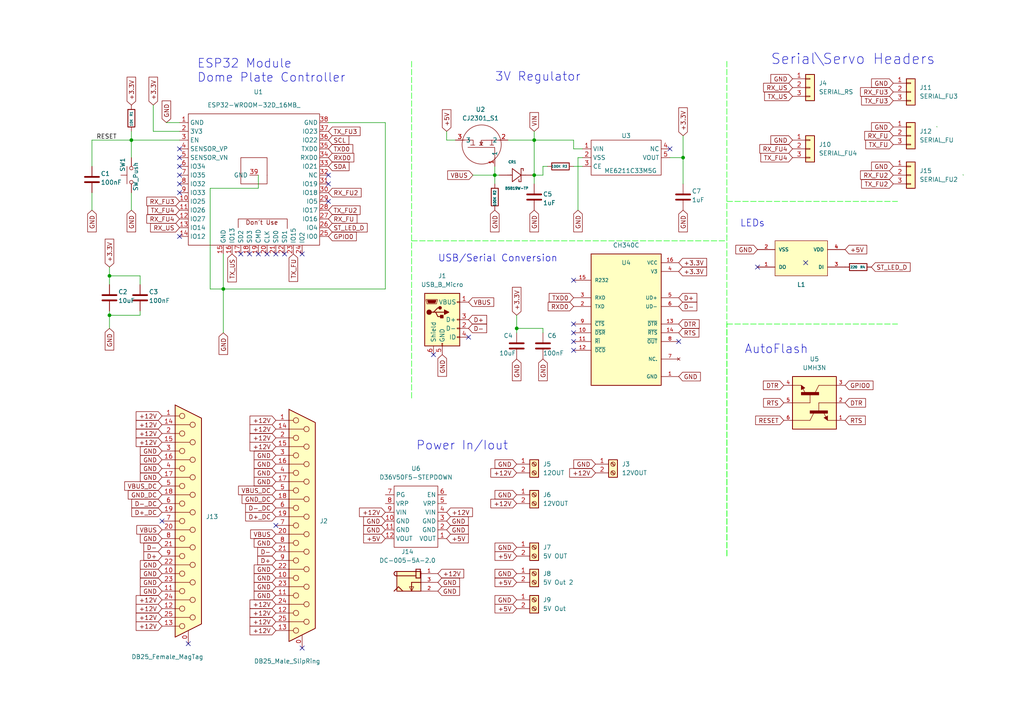
<source format=kicad_sch>
(kicad_sch (version 20211123) (generator eeschema)
  (paper "A4")
  (title_block (title "Dome Plate Controller") (date "2022-11-16") (rev "2.0") (company "Created by: Greg Hulette") (comment 3 "- Controls Serial Comms to other devices") (comment 4 "- Accepts ESP-NOW messages"))
  (lib_symbols
    (symbol "B5819W-TP_1" (pin_numbers hide) (pin_names hide)
      (property "Reference" "CR" (at 5.08 4.445 0))
      (property "Value" "B5819W-TP_1" (at 5.08 -7.62 0))
      (symbol "B5819W-TP_1_1_1"
        (pin unspecified line (at 0 0 0) (length 2.54) (name "A") (number "A"))
        (pin unspecified line (at 10.16 0 180) (length 2.54) (name "C") (number "C"))
      )
    )
    (symbol "Connector:DB25_Female_MountingHoles" (pin_names (offset 1.016) hide)
      (property "Reference" "J" (at 0 36.83 0))
      (property "Value" "DB25_Female_MountingHoles" (at 0 34.925 0))
      (symbol "DB25_Female_MountingHoles_1_1"
        (pin passive line (at 0 -35.56 90) (length 3.81) (name "PAD") (number "0"))
        (pin passive line (at -7.62 30.48 0) (length 3.81) (name "1") (number "1"))
        (pin passive line (at -7.62 -15.24 0) (length 3.81) (name "10") (number "10"))
        (pin passive line (at -7.62 -20.32 0) (length 3.81) (name "11") (number "11"))
        (pin passive line (at -7.62 -25.4 0) (length 3.81) (name "12") (number "12"))
        (pin passive line (at -7.62 -30.48 0) (length 3.81) (name "13") (number "13"))
        (pin passive line (at -7.62 27.94 0) (length 3.81) (name "P14") (number "14"))
        (pin passive line (at -7.62 22.86 0) (length 3.81) (name "P15") (number "15"))
        (pin passive line (at -7.62 17.78 0) (length 3.81) (name "P16") (number "16"))
        (pin passive line (at -7.62 12.7 0) (length 3.81) (name "P17") (number "17"))
        (pin passive line (at -7.62 7.62 0) (length 3.81) (name "P18") (number "18"))
        (pin passive line (at -7.62 2.54 0) (length 3.81) (name "P19") (number "19"))
        (pin passive line (at -7.62 25.4 0) (length 3.81) (name "2") (number "2"))
        (pin passive line (at -7.62 -2.54 0) (length 3.81) (name "P20") (number "20"))
        (pin passive line (at -7.62 -7.62 0) (length 3.81) (name "P21") (number "21"))
        (pin passive line (at -7.62 -12.7 0) (length 3.81) (name "P22") (number "22"))
        (pin passive line (at -7.62 -17.78 0) (length 3.81) (name "P23") (number "23"))
        (pin passive line (at -7.62 -22.86 0) (length 3.81) (name "P24") (number "24"))
        (pin passive line (at -7.62 -27.94 0) (length 3.81) (name "P25") (number "25"))
        (pin passive line (at -7.62 20.32 0) (length 3.81) (name "3") (number "3"))
        (pin passive line (at -7.62 15.24 0) (length 3.81) (name "4") (number "4"))
        (pin passive line (at -7.62 10.16 0) (length 3.81) (name "5") (number "5"))
        (pin passive line (at -7.62 5.08 0) (length 3.81) (name "6") (number "6"))
        (pin passive line (at -7.62 0 0) (length 3.81) (name "7") (number "7"))
        (pin passive line (at -7.62 -5.08 0) (length 3.81) (name "8") (number "8"))
        (pin passive line (at -7.62 -10.16 0) (length 3.81) (name "9") (number "9"))
      )
    )
    (symbol "Connector:Screw_Terminal_01x02" (pin_names (offset 1.016) hide)
      (property "Reference" "J" (at 0 2.54 0))
      (property "Value" "Screw_Terminal_01x02" (at 0 -5.08 0))
      (symbol "Screw_Terminal_01x02_1_1"
        (pin passive line (at -5.08 0 0) (length 3.81) (name "Pin_1") (number "1"))
        (pin passive line (at -5.08 -2.54 0) (length 3.81) (name "Pin_2") (number "2"))
      )
    )
    (symbol "Connector:USB_B_Micro" (pin_names (offset 1.016))
      (property "Reference" "J" (at -5.08 11.43 0))
      (property "Value" "USB_B_Micro" (at -5.08 8.89 0))
      (symbol "USB_B_Micro_1_1"
        (pin power_out line (at 7.62 5.08 180) (length 2.54) (name "VBUS") (number "1"))
        (pin bidirectional line (at 7.62 -2.54 180) (length 2.54) (name "D-") (number "2"))
        (pin bidirectional line (at 7.62 0 180) (length 2.54) (name "D+") (number "3"))
        (pin passive line (at 7.62 -5.08 180) (length 2.54) (name "ID") (number "4"))
        (pin power_out line (at 0 -10.16 90) (length 2.54) (name "GND") (number "5"))
        (pin passive line (at -2.54 -10.16 90) (length 2.54) (name "Shield") (number "6"))
      )
    )
    (symbol "Connector_Generic:Conn_01x03" (pin_names (offset 1.016) hide)
      (property "Reference" "J" (at 0 5.08 0))
      (property "Value" "Conn_01x03" (at 0 -5.08 0))
      (symbol "Conn_01x03_1_1"
        (pin passive line (at -5.08 2.54 0) (length 3.81) (name "Pin_1") (number "1"))
        (pin passive line (at -5.08 0 0) (length 3.81) (name "Pin_2") (number "2"))
        (pin passive line (at -5.08 -2.54 0) (length 3.81) (name "Pin_3") (number "3"))
      )
    )
    (symbol "Custom:CH340C" (pin_names (offset 1.016))
      (property "Reference" "U" (at -10.16 20.955 0))
      (property "Value" "CH340C" (at -10.16 -20.32 0))
      (symbol "CH340C_0_0"
        (pin power_in line (at 15.24 -15.24 180) (length 5.08) (name "GND") (number "1"))
        (pin input line (at -15.24 -2.54 0) (length 5.08) (name "~{DSR}") (number "10"))
        (pin input line (at -15.24 -5.08 0) (length 5.08) (name "~{RI}") (number "11"))
        (pin input line (at -15.24 -7.62 0) (length 5.08) (name "~{DCD}") (number "12"))
        (pin output line (at 15.24 0 180) (length 5.08) (name "~{DTR}") (number "13"))
        (pin output line (at 15.24 -2.54 180) (length 5.08) (name "~{RTS}") (number "14"))
        (pin input line (at -15.24 12.7 0) (length 5.08) (name "R232") (number "15"))
        (pin power_in line (at 15.24 17.78 180) (length 5.08) (name "VCC") (number "16"))
        (pin output line (at -15.24 5.08 0) (length 5.08) (name "TXD") (number "2"))
        (pin input line (at -15.24 7.62 0) (length 5.08) (name "RXD") (number "3"))
        (pin power_in line (at 15.24 15.24 180) (length 5.08) (name "V3") (number "4"))
        (pin bidirectional line (at 15.24 7.62 180) (length 5.08) (name "UD+") (number "5"))
        (pin bidirectional line (at 15.24 5.08 180) (length 5.08) (name "UD-") (number "6"))
        (pin no_connect line (at 15.24 -10.16 180) (length 5.08) (name "NC.") (number "7"))
        (pin output line (at 15.24 -5.08 180) (length 5.08) (name "~{OUT}") (number "8"))
        (pin input line (at -15.24 0 0) (length 5.08) (name "~{CTS}") (number "9"))
      )
    )
    (symbol "Custom:CJ2301_S1"
      (property "Reference" "U" (at 0 10.16 0))
      (property "Value" "CJ2301_S1" (at -1.27 -10.16 0))
      (symbol "CJ2301_S1_1_1"
        (pin bidirectional line (at 3.81 -6.35 90) (length 2.54) (name "1") (number "1"))
        (pin bidirectional line (at 7.62 1.27 180) (length 2.54) (name "2") (number "2"))
        (pin input line (at -7.62 1.27 0) (length 2.54) (name "3") (number "3"))
      )
    )
    (symbol "Custom:DC-005-5A-2.0" (pin_names (offset 1.016) hide)
      (property "Reference" "J" (at -5.08 5.08 0))
      (property "Value" "DC-005-5A-2.0" (at -5.08 -5.08 0))
      (symbol "DC-005-5A-2.0_0_0"
        (pin passive line (at 7.62 2.54 180) (length 5.08) (name "~") (number "1"))
        (pin passive line (at 7.62 -2.54 180) (length 5.08) (name "~") (number "2"))
        (pin passive line (at 7.62 0 180) (length 5.08) (name "~") (number "3"))
      )
    )
    (symbol "Custom:ESP32-WROOM-32-Custom"
      (property "Reference" "U" (at -3.7846 54.2036 0))
      (property "Value" "ESP32-WROOM-32-Custom" (at -2.1082 -82.3214 0))
      (symbol "ESP32-WROOM-32-Custom_0_0"
        (text "Don't Use" (at 1.016 -11.176 0) (effects (font (size 1.27 1.27))))
      )
      (symbol "ESP32-WROOM-32-Custom_1_1"
        (pin bidirectional line (at -22.86 17.78 0) (length 2.54) (name "GND") (number "1"))
        (pin bidirectional line (at -22.86 -5.08 0) (length 2.54) (name "IO25") (number "10"))
        (pin bidirectional line (at -22.86 -7.62 0) (length 2.54) (name "IO26") (number "11"))
        (pin bidirectional line (at -22.86 -10.16 0) (length 2.54) (name "IO27") (number "12"))
        (pin bidirectional line (at -22.86 -12.7 0) (length 2.54) (name "IO14") (number "13"))
        (pin bidirectional line (at -22.86 -15.24 0) (length 2.54) (name "IO12") (number "14"))
        (pin bidirectional line (at -10.16 -20.32 90) (length 2.54) (name "GND") (number "15"))
        (pin bidirectional line (at -7.62 -20.32 90) (length 2.54) (name "IO13") (number "16"))
        (pin bidirectional line (at -5.08 -20.32 90) (length 2.54) (name "SD2") (number "17"))
        (pin bidirectional line (at -2.54 -20.32 90) (length 2.54) (name "SD3") (number "18"))
        (pin bidirectional line (at 0 -20.32 90) (length 2.54) (name "CMD") (number "19"))
        (pin bidirectional line (at -22.86 15.24 0) (length 2.54) (name "3V3") (number "2"))
        (pin bidirectional line (at 2.54 -20.32 90) (length 2.54) (name "CLK") (number "20"))
        (pin bidirectional line (at 5.08 -20.32 90) (length 2.54) (name "SD0") (number "21"))
        (pin bidirectional line (at 7.62 -20.32 90) (length 2.54) (name "SD1") (number "22"))
        (pin bidirectional line (at 10.16 -20.32 90) (length 2.54) (name "IO15") (number "23"))
        (pin bidirectional line (at 12.7 -20.32 90) (length 2.54) (name "IO2") (number "24"))
        (pin bidirectional line (at 20.32 -15.24 180) (length 2.54) (name "IO0") (number "25"))
        (pin bidirectional line (at 20.32 -12.7 180) (length 2.54) (name "IO4") (number "26"))
        (pin bidirectional line (at 20.32 -10.16 180) (length 2.54) (name "IO16") (number "27"))
        (pin bidirectional line (at 20.32 -7.62 180) (length 2.54) (name "IO17") (number "28"))
        (pin bidirectional line (at 20.32 -5.08 180) (length 2.54) (name "IO5") (number "29"))
        (pin bidirectional line (at -22.86 12.7 0) (length 2.54) (name "EN") (number "3"))
        (pin bidirectional line (at 20.32 -2.54 180) (length 2.54) (name "IO18") (number "30"))
        (pin bidirectional line (at 20.32 0 180) (length 2.54) (name "IO19") (number "31"))
        (pin bidirectional line (at 20.32 2.54 180) (length 2.54) (name "NC") (number "32"))
        (pin bidirectional line (at 20.32 5.08 180) (length 2.54) (name "IO21") (number "33"))
        (pin bidirectional line (at 20.32 7.62 180) (length 2.54) (name "RXD0") (number "34"))
        (pin bidirectional line (at 20.32 10.16 180) (length 2.54) (name "TXD0") (number "35"))
        (pin bidirectional line (at 20.32 12.7 180) (length 2.54) (name "IO22") (number "36"))
        (pin bidirectional line (at 20.32 15.24 180) (length 2.54) (name "IO23") (number "37"))
        (pin bidirectional line (at 20.32 17.78 180) (length 2.54) (name "GND") (number "38"))
        (pin bidirectional line (at 0 2.54 180) (length 2.54) (name "GND") (number "39"))
        (pin bidirectional line (at -22.86 10.16 0) (length 2.54) (name "SENSOR_VP") (number "4"))
        (pin bidirectional line (at -22.86 7.62 0) (length 2.54) (name "SENSOR_VN") (number "5"))
        (pin bidirectional line (at -22.86 5.08 0) (length 2.54) (name "IO34") (number "6"))
        (pin bidirectional line (at -22.86 2.54 0) (length 2.54) (name "IO35") (number "7"))
        (pin bidirectional line (at -22.86 0 0) (length 2.54) (name "IO32") (number "8"))
        (pin bidirectional line (at -22.86 -2.54 0) (length 2.54) (name "IO33") (number "9"))
      )
    )
    (symbol "Custom:ME6211C33M5G"
      (property "Reference" "U" (at -0.1016 6.4262 0))
      (property "Value" "ME6211C33M5G" (at -0.4064 -7.6454 0))
      (symbol "ME6211C33M5G_1_1"
        (pin bidirectional line (at -12.7 2.54 0) (length 2.54) (name "VIN") (number "1"))
        (pin bidirectional line (at -12.7 0 0) (length 2.54) (name "VSS") (number "2"))
        (pin bidirectional line (at -12.7 -2.54 0) (length 2.54) (name "CE") (number "3"))
        (pin bidirectional line (at 12.7 2.54 180) (length 2.54) (name "NC") (number "4"))
        (pin bidirectional line (at 12.7 0 180) (length 2.54) (name "VOUT") (number "5"))
      )
    )
    (symbol "Custom:UMH3N" (pin_names (offset 1.016) hide)
      (property "Reference" "U" (at 2.54 0 0))
      (property "Value" "UMH3N" (at 2.54 -2.54 0))
      (symbol "UMH3N_0_0"
        (pin output line (at -10.16 -10.16 90) (length 2.54) (name "~") (number "1"))
        (pin input line (at -5.08 -10.16 90) (length 2.54) (name "~") (number "2"))
        (pin input line (at 0 -10.16 90) (length 2.54) (name "~") (number "3"))
        (pin output line (at 0 7.62 270) (length 2.54) (name "~") (number "4"))
        (pin input line (at -5.08 7.62 270) (length 2.54) (name "~") (number "5"))
        (pin input line (at -10.16 7.62 270) (length 2.54) (name "~") (number "6"))
      )
    )
    (symbol "Device:C" (pin_numbers hide) (pin_names (offset 0.254))
      (property "Reference" "C" (at 0.635 2.54 0))
      (property "Value" "C" (at 0.635 -2.54 0))
      (symbol "C_1_1"
        (pin passive line (at 0 3.81 270) (length 2.794) (name "~") (number "1"))
        (pin passive line (at 0 -3.81 90) (length 2.794) (name "~") (number "2"))
      )
    )
    (symbol "Device:R" (pin_numbers hide) (pin_names (offset 0))
      (property "Reference" "R" (at 2.032 0 90))
      (property "Value" "R" (at 0 0 90))
      (symbol "R_1_1"
        (pin passive line (at 0 3.81 270) (length 1.27) (name "~") (number "1"))
        (pin passive line (at 0 -3.81 90) (length 1.27) (name "~") (number "2"))
      )
    )
    (symbol "LED:WS2812B-2020" (pin_names (offset 1.016))
      (property "Reference" "L" (at -7.366 5.842 0))
      (symbol "WS2812B-2020_0_0"
        (pin bidirectional line (at 12.7 2.54 180) (length 5.08) (name "DO") (number "1"))
        (pin bidirectional line (at 12.7 -2.54 180) (length 5.08) (name "VSS") (number "2"))
        (pin bidirectional line (at -12.7 2.54 0) (length 5.08) (name "DI") (number "3"))
        (pin bidirectional line (at -12.7 -2.54 0) (length 5.08) (name "VDD") (number "4"))
      )
    )
    (symbol "Pololu:D36V50F5-STEPDOWN"
      (property "Reference" "U" (at 0.762 -11.684 0))
      (property "Value" "D36V50F5-STEPDOWN" (at 0.254 10.414 0))
      (symbol "D36V50F5-STEPDOWN_1_1"
        (pin bidirectional line (at 8.89 -6.35 180) (length 2.54) (name "VOUT") (number "1"))
        (pin bidirectional line (at -8.89 -1.27 0) (length 2.54) (name "GND") (number "10"))
        (pin bidirectional line (at -8.89 -3.81 0) (length 2.54) (name "GND") (number "11"))
        (pin bidirectional line (at -8.89 -6.35 0) (length 2.54) (name "VOUT") (number "12"))
        (pin bidirectional line (at 8.89 -3.81 180) (length 2.54) (name "GND") (number "2"))
        (pin bidirectional line (at 8.89 -1.27 180) (length 2.54) (name "GND") (number "3"))
        (pin bidirectional line (at 8.89 1.27 180) (length 2.54) (name "VIN") (number "4"))
        (pin bidirectional line (at 8.89 3.81 180) (length 2.54) (name "VRP") (number "5"))
        (pin bidirectional line (at 8.89 6.35 180) (length 2.54) (name "EN") (number "6"))
        (pin bidirectional line (at -8.89 6.35 0) (length 2.54) (name "PG") (number "7"))
        (pin bidirectional line (at -8.89 3.81 0) (length 2.54) (name "VRP") (number "8"))
        (pin bidirectional line (at -8.89 1.27 0) (length 2.54) (name "VIN") (number "9"))
      )
    )
    (symbol "Switch:SW_Push" (pin_numbers hide) (pin_names (offset 1.016) hide)
      (property "Reference" "SW" (at 1.27 2.54 0))
      (property "Value" "SW_Push" (at 0 -1.524 0))
      (symbol "SW_Push_0_1"
        (pin passive line (at -5.08 0 0) (length 2.54) (name "1") (number "1"))
        (pin passive line (at 5.08 0 180) (length 2.54) (name "2") (number "2"))
      )
    )
  )
  (junction (at 64.77 83.82))
  (junction (at 31.75 91.44))
  (junction (at 198.12 45.72))
  (junction (at 143.51 50.8))
  (junction (at 31.75 80.01))
  (junction (at 154.94 40.64))
  (junction (at 149.86 95.25))
  (junction (at 38.1 40.64))
  (junction (at 154.94 50.8))
  (no_connect (at 194.31 43.18))
  (no_connect (at 196.85 99.06))
  (no_connect (at 52.07 50.8))
  (no_connect (at 95.25 50.8))
  (no_connect (at 52.07 43.18))
  (no_connect (at 87.63 73.66))
  (no_connect (at 219.71 77.47))
  (no_connect (at 125.73 102.87))
  (no_connect (at 52.07 68.58))
  (no_connect (at 74.93 73.66))
  (no_connect (at 233.68 76.2))
  (no_connect (at 77.47 73.66))
  (no_connect (at 52.07 45.72))
  (no_connect (at 80.01 73.66))
  (no_connect (at 69.85 73.66))
  (no_connect (at 87.63 187.96))
  (no_connect (at 52.07 55.88))
  (no_connect (at 54.61 186.69))
  (no_connect (at 166.37 93.98))
  (no_connect (at 166.37 96.52))
  (no_connect (at 166.37 101.6))
  (no_connect (at 166.37 99.06))
  (no_connect (at 82.55 73.66))
  (no_connect (at 95.25 53.34))
  (no_connect (at 135.89 97.79))
  (no_connect (at 52.07 53.34))
  (no_connect (at 72.39 73.66))
  (no_connect (at 46.99 151.13))
  (no_connect (at 95.25 58.42))
  (no_connect (at 52.07 48.26))
  (no_connect (at 80.01 152.4))
  (no_connect (at 166.37 81.28))
  (wire (pts (xy 40.64 90.17) (xy 40.64 91.44)))
  (wire (pts (xy 38.1 40.64) (xy 52.07 40.64)))
  (wire (pts (xy 271.6847 36.6868) (xy 271.78 36.83)))
  (wire (pts (xy 31.75 77.47) (xy 31.75 80.01)))
  (wire (pts (xy 64.77 83.82) (xy 111.76 83.82)))
  (wire (pts (xy 154.94 50.8) (xy 154.94 53.34)))
  (wire (pts (xy 64.77 73.66) (xy 64.77 83.82)))
  (wire (pts (xy 95.25 35.56) (xy 111.76 35.56)))
  (wire (pts (xy 154.94 40.64) (xy 166.37 40.64)))
  (polyline (pts (xy 210.82 68.58) (xy 210.82 68.58)))
  (wire (pts (xy 40.64 91.44) (xy 31.75 91.44)))
  (wire (pts (xy 64.77 83.82) (xy 64.77 96.52)))
  (polyline (pts (xy 210.82 93.98) (xy 260.35 93.98)) (stroke (width 0) (color 0 255 0 1)))
  (wire (pts (xy 31.75 80.01) (xy 31.75 82.55)))
  (wire (pts (xy 26.67 40.64) (xy 38.1 40.64)))
  (wire (pts (xy 31.75 91.44) (xy 31.75 95.25)))
  (wire (pts (xy 143.51 48.26) (xy 143.51 50.8)))
  (wire (pts (xy 149.86 91.44) (xy 149.86 95.25)))
  (wire (pts (xy 38.1 40.64) (xy 38.1 45.72)))
  (polyline (pts (xy 119.38 17.78) (xy 119.38 115.57)) (stroke (width 0) (color 0 255 0 1)))
  (wire (pts (xy 26.67 48.26) (xy 26.67 40.64)))
  (polyline (pts (xy 210.82 58.42) (xy 260.35 58.42)) (stroke (width 0) (color 0 255 0 1)))
  (wire (pts (xy 74.93 50.8) (xy 74.93 54.61)))
  (wire (pts (xy 166.37 48.26) (xy 168.91 48.26)))
  (wire (pts (xy 198.12 39.37) (xy 198.12 45.72)))
  (wire (pts (xy 38.1 55.88) (xy 38.1 60.96)))
  (wire (pts (xy 40.64 80.01) (xy 40.64 82.55)))
  (wire (pts (xy 44.45 30.48) (xy 44.45 38.1)))
  (wire (pts (xy 157.48 48.26) (xy 157.48 50.8)))
  (wire (pts (xy 149.86 95.25) (xy 149.86 96.52)))
  (polyline (pts (xy 210.82 17.78) (xy 210.82 161.29)) (stroke (width 0) (color 0 255 0 1)))
  (wire (pts (xy 60.96 83.82) (xy 64.77 83.82)))
  (wire (pts (xy 157.48 95.25) (xy 149.86 95.25)))
  (wire (pts (xy 60.96 54.61) (xy 60.96 83.82)))
  (wire (pts (xy 52.07 35.56) (xy 48.26 35.56)))
  (wire (pts (xy 31.75 90.17) (xy 31.75 91.44)))
  (wire (pts (xy 129.54 40.64) (xy 132.08 40.64)))
  (wire (pts (xy 38.1 38.1) (xy 38.1 40.64)))
  (wire (pts (xy 129.54 38.1) (xy 129.54 40.64)))
  (wire (pts (xy 167.64 45.72) (xy 168.91 45.72)))
  (wire (pts (xy 194.31 45.72) (xy 198.12 45.72)))
  (wire (pts (xy 26.67 55.88) (xy 26.67 60.96)))
  (wire (pts (xy 147.32 40.64) (xy 154.94 40.64)))
  (wire (pts (xy 166.37 43.18) (xy 168.91 43.18)))
  (polyline (pts (xy 119.38 69.85) (xy 210.82 69.85)) (stroke (width 0) (color 0 255 0 1)))
  (polyline (pts (xy 210.82 161.29) (xy 210.82 93.98)) (stroke (width 0) (color 0 255 0 1)))
  (wire (pts (xy 154.94 40.64) (xy 154.94 50.8)))
  (wire (pts (xy 166.37 40.64) (xy 166.37 43.18)))
  (wire (pts (xy 198.12 45.72) (xy 198.12 53.34)))
  (wire (pts (xy 143.51 50.8) (xy 143.51 53.34)))
  (wire (pts (xy 44.45 38.1) (xy 52.07 38.1)))
  (wire (pts (xy 167.64 45.72) (xy 167.64 60.96)))
  (wire (pts (xy 137.16 50.8) (xy 143.51 50.8)))
  (wire (pts (xy 74.93 54.61) (xy 60.96 54.61)))
  (wire (pts (xy 279.3047 50.6568) (xy 279.4 50.8)))
  (wire (pts (xy 31.75 80.01) (xy 40.64 80.01)))
  (wire (pts (xy 157.48 50.8) (xy 154.94 50.8)))
  (wire (pts (xy 157.48 95.25) (xy 157.48 96.52)))
  (wire (pts (xy 111.76 35.56) (xy 111.76 83.82)))
  (wire (pts (xy 143.51 50.8) (xy 144.78 50.8)))
  (wire (pts (xy 154.94 38.1) (xy 154.94 40.64)))
  (wire (pts (xy 157.48 48.26) (xy 158.75 48.26)))
  (text "ESP32 Module \nDome Plate Controller" (at 57.15 24.13 0) (effects (font (size 2.54 2.54)) (justify left bottom)))
  (text "3V Regulator\n\n" (at 143.51 27.94 0) (effects (font (size 2.54 2.54)) (justify left bottom)))
  (text "LEDs" (at 214.63 66.04 0) (effects (font (size 2 2)) (justify left bottom)))
  (text "Power In/Iout" (at 120.65 130.81 0) (effects (font (size 2.54 2.54)) (justify left bottom)))
  (text "USB/Serial Conversion \n" (at 127 76.2 0) (effects (font (size 2 2)) (justify left bottom)))
  (text "AutoFlash\n" (at 215.9 102.87 0) (effects (font (size 2.54 2.54)) (justify left bottom)))
  (text "Serial\\Servo Headers" (at 223.52 19.05 0) (effects (font (size 3 3)) (justify left bottom)))
  (label "RESET" (at 27.94 40.64 0))
  (global_label "ST_LED_D" (shape input) (at 95.25 66.04 0) (property "Intersheet References" "${INTERSHEET_REFS}" (effects hide)))
  (global_label "+12V" (shape input) (at 80.01 121.92 180) (property "Intersheet References" "${INTERSHEET_REFS}" (effects hide)))
  (global_label "GND" (shape input) (at 48.26 35.56 90) (property "Intersheet References" "${INTERSHEET_REFS}" (effects hide)))
  (global_label "RX_FU3" (shape input) (at 52.07 58.42 180) (property "Intersheet References" "${INTERSHEET_REFS}" (effects hide)))
  (global_label "GND" (shape input) (at 196.85 109.22 0) (property "Intersheet References" "${INTERSHEET_REFS}" (effects hide)))
  (global_label "RTS" (shape input) (at 196.85 96.52 0) (property "Intersheet References" "${INTERSHEET_REFS}" (effects hide)))
  (global_label "GND" (shape input) (at 46.99 168.91 180) (property "Intersheet References" "${INTERSHEET_REFS}" (effects hide)))
  (global_label "RESET" (shape input) (at 227.33 121.92 180) (property "Intersheet References" "${INTERSHEET_REFS}" (effects hide)))
  (global_label "VIN" (shape input) (at 154.94 38.1 90) (property "Intersheet References" "${INTERSHEET_REFS}" (effects hide)))
  (global_label "+5V" (shape input) (at 111.76 156.21 180) (property "Intersheet References" "${INTERSHEET_REFS}" (effects hide)))
  (global_label "D+" (shape input) (at 46.99 161.29 180) (property "Intersheet References" "${INTERSHEET_REFS}" (effects hide)))
  (global_label "RTS" (shape input) (at 227.33 116.84 180) (property "Intersheet References" "${INTERSHEET_REFS}" (effects hide)))
  (global_label "GND" (shape input) (at 46.99 130.81 180) (property "Intersheet References" "${INTERSHEET_REFS}" (effects hide)))
  (global_label "+12V" (shape input) (at 129.54 148.59 0) (property "Intersheet References" "${INTERSHEET_REFS}" (effects hide)))
  (global_label "GND" (shape input) (at 80.01 170.18 180) (property "Intersheet References" "${INTERSHEET_REFS}" (effects hide)))
  (global_label "GND" (shape input) (at 46.99 133.35 180) (property "Intersheet References" "${INTERSHEET_REFS}" (effects hide)))
  (global_label "GND" (shape input) (at 149.86 173.99 180) (property "Intersheet References" "${INTERSHEET_REFS}" (effects hide)))
  (global_label "+12V" (shape input) (at 46.99 179.07 180) (property "Intersheet References" "${INTERSHEET_REFS}" (effects hide)))
  (global_label "D+" (shape input) (at 135.89 92.71 0) (property "Intersheet References" "${INTERSHEET_REFS}" (effects hide)))
  (global_label "+12V" (shape input) (at 80.01 129.54 180) (property "Intersheet References" "${INTERSHEET_REFS}" (effects hide)))
  (global_label "GND" (shape input) (at 219.71 72.39 180) (property "Intersheet References" "${INTERSHEET_REFS}" (effects hide)))
  (global_label "+12V" (shape input) (at 46.99 120.65 180) (property "Intersheet References" "${INTERSHEET_REFS}" (effects hide)))
  (global_label "RX_FU" (shape input) (at 259.08 39.37 180) (property "Intersheet References" "${INTERSHEET_REFS}" (effects hide)))
  (global_label "VBUS" (shape input) (at 80.01 154.94 180) (property "Intersheet References" "${INTERSHEET_REFS}" (effects hide)))
  (global_label "TXD0" (shape input) (at 95.25 43.18 0) (property "Intersheet References" "${INTERSHEET_REFS}" (effects hide)))
  (global_label "+5V" (shape input) (at 149.86 168.91 180) (property "Intersheet References" "${INTERSHEET_REFS}" (effects hide)))
  (global_label "GND" (shape input) (at 38.1 60.96 270) (property "Intersheet References" "${INTERSHEET_REFS}" (effects hide)))
  (global_label "TX_FU3" (shape input) (at 95.25 38.1 0) (property "Intersheet References" "${INTERSHEET_REFS}" (effects hide)))
  (global_label "+12V" (shape input) (at 46.99 181.61 180) (property "Intersheet References" "${INTERSHEET_REFS}" (effects hide)))
  (global_label "GND" (shape input) (at 80.01 157.48 180) (property "Intersheet References" "${INTERSHEET_REFS}" (effects hide)))
  (global_label "RX_US" (shape input) (at 52.07 66.04 180) (property "Intersheet References" "${INTERSHEET_REFS}" (effects hide)))
  (global_label "TX_FU4" (shape input) (at 52.07 60.96 180) (property "Intersheet References" "${INTERSHEET_REFS}" (effects hide)))
  (global_label "GPIO0" (shape input) (at 95.25 68.58 0) (property "Intersheet References" "${INTERSHEET_REFS}" (effects hide)))
  (global_label "DTR" (shape input) (at 227.33 111.76 180) (property "Intersheet References" "${INTERSHEET_REFS}" (effects hide)))
  (global_label "GND" (shape input) (at 143.51 60.96 270) (property "Intersheet References" "${INTERSHEET_REFS}" (effects hide)))
  (global_label "+12V" (shape input) (at 80.01 124.46 180) (property "Intersheet References" "${INTERSHEET_REFS}" (effects hide)))
  (global_label "RXD0" (shape input) (at 95.25 45.72 0) (property "Intersheet References" "${INTERSHEET_REFS}" (effects hide)))
  (global_label "GND" (shape input) (at 259.08 36.83 180) (property "Intersheet References" "${INTERSHEET_REFS}" (effects hide)))
  (global_label "TX_FU2" (shape input) (at 95.25 60.96 0) (property "Intersheet References" "${INTERSHEET_REFS}" (effects hide)))
  (global_label "+5V" (shape input) (at 245.11 72.39 0) (property "Intersheet References" "${INTERSHEET_REFS}" (effects hide)))
  (global_label "+12V" (shape input) (at 172.72 137.16 180) (property "Intersheet References" "${INTERSHEET_REFS}" (effects hide)))
  (global_label "+12V" (shape input) (at 80.01 175.26 180) (property "Intersheet References" "${INTERSHEET_REFS}" (effects hide)))
  (global_label "TXD0" (shape input) (at 166.37 86.36 180) (property "Intersheet References" "${INTERSHEET_REFS}" (effects hide)))
  (global_label "GPIO0" (shape input) (at 245.11 111.76 0) (property "Intersheet References" "${INTERSHEET_REFS}" (effects hide)))
  (global_label "+5V" (shape input) (at 129.54 156.21 0) (property "Intersheet References" "${INTERSHEET_REFS}" (effects hide)))
  (global_label "D+" (shape input) (at 196.85 86.36 0) (property "Intersheet References" "${INTERSHEET_REFS}" (effects hide)))
  (global_label "GND" (shape input) (at 172.72 134.62 180) (property "Intersheet References" "${INTERSHEET_REFS}" (effects hide)))
  (global_label "+3.3V" (shape input) (at 149.86 91.44 90) (property "Intersheet References" "${INTERSHEET_REFS}" (effects hide)))
  (global_label "GND" (shape input) (at 46.99 163.83 180) (property "Intersheet References" "${INTERSHEET_REFS}" (effects hide)))
  (global_label "GND" (shape input) (at 80.01 139.7 180) (property "Intersheet References" "${INTERSHEET_REFS}" (effects hide)))
  (global_label "D-" (shape input) (at 135.89 95.25 0) (property "Intersheet References" "${INTERSHEET_REFS}" (effects hide)))
  (global_label "GND" (shape input) (at 80.01 132.08 180) (property "Intersheet References" "${INTERSHEET_REFS}" (effects hide)))
  (global_label "GND" (shape input) (at 64.77 96.52 270) (property "Intersheet References" "${INTERSHEET_REFS}" (effects hide)))
  (global_label "+3.3V" (shape input) (at 196.85 78.74 0) (property "Intersheet References" "${INTERSHEET_REFS}" (effects hide)))
  (global_label "GND" (shape input) (at 46.99 171.45 180) (property "Intersheet References" "${INTERSHEET_REFS}" (effects hide)))
  (global_label "+3.3V" (shape input) (at 31.75 77.47 90) (property "Intersheet References" "${INTERSHEET_REFS}" (effects hide)))
  (global_label "GND" (shape input) (at 129.54 151.13 0) (property "Intersheet References" "${INTERSHEET_REFS}" (effects hide)))
  (global_label "D+_DC" (shape input) (at 80.01 149.86 180) (property "Intersheet References" "${INTERSHEET_REFS}" (effects hide)))
  (global_label "TX_FU" (shape input) (at 259.08 41.91 180) (property "Intersheet References" "${INTERSHEET_REFS}" (effects hide)))
  (global_label "SDA" (shape input) (at 95.25 48.26 0) (property "Intersheet References" "${INTERSHEET_REFS}" (effects hide)))
  (global_label "D-" (shape input) (at 196.85 88.9 0) (property "Intersheet References" "${INTERSHEET_REFS}" (effects hide)))
  (global_label "GND" (shape input) (at 149.86 134.62 180) (property "Intersheet References" "${INTERSHEET_REFS}" (effects hide)))
  (global_label "D+_DC" (shape input) (at 46.99 148.59 180) (property "Intersheet References" "${INTERSHEET_REFS}" (effects hide)))
  (global_label "TX_US" (shape input) (at 67.31 73.66 270) (property "Intersheet References" "${INTERSHEET_REFS}" (effects hide)))
  (global_label "GND" (shape input) (at 80.01 167.64 180) (property "Intersheet References" "${INTERSHEET_REFS}" (effects hide)))
  (global_label "GND" (shape input) (at 198.12 60.96 270) (property "Intersheet References" "${INTERSHEET_REFS}" (effects hide)))
  (global_label "RXD0" (shape input) (at 166.37 88.9 180) (property "Intersheet References" "${INTERSHEET_REFS}" (effects hide)))
  (global_label "TX_FU4" (shape input) (at 229.87 45.72 180) (property "Intersheet References" "${INTERSHEET_REFS}" (effects hide)))
  (global_label "GND" (shape input) (at 229.87 40.64 180) (property "Intersheet References" "${INTERSHEET_REFS}" (effects hide)))
  (global_label "ST_LED_D" (shape input) (at 252.73 77.47 0) (property "Intersheet References" "${INTERSHEET_REFS}" (effects hide)))
  (global_label "VBUS" (shape input) (at 135.89 87.63 0) (property "Intersheet References" "${INTERSHEET_REFS}" (effects hide)))
  (global_label "GND" (shape input) (at 80.01 172.72 180) (property "Intersheet References" "${INTERSHEET_REFS}" (effects hide)))
  (global_label "SCL" (shape input) (at 95.25 40.64 0) (property "Intersheet References" "${INTERSHEET_REFS}" (effects hide)))
  (global_label "+3.3V" (shape input) (at 38.1 30.48 90) (property "Intersheet References" "${INTERSHEET_REFS}" (effects hide)))
  (global_label "GND" (shape input) (at 46.99 166.37 180) (property "Intersheet References" "${INTERSHEET_REFS}" (effects hide)))
  (global_label "+12V" (shape input) (at 46.99 125.73 180) (property "Intersheet References" "${INTERSHEET_REFS}" (effects hide)))
  (global_label "+3.3V" (shape input) (at 196.85 76.2 0) (property "Intersheet References" "${INTERSHEET_REFS}" (effects hide)))
  (global_label "+12V" (shape input) (at 127 166.37 0) (property "Intersheet References" "${INTERSHEET_REFS}" (effects hide)))
  (global_label "+12V" (shape input) (at 80.01 177.8 180) (property "Intersheet References" "${INTERSHEET_REFS}" (effects hide)))
  (global_label "GND" (shape input) (at 149.86 158.75 180) (property "Intersheet References" "${INTERSHEET_REFS}" (effects hide)))
  (global_label "VBUS_DC" (shape input) (at 80.01 142.24 180) (property "Intersheet References" "${INTERSHEET_REFS}" (effects hide)))
  (global_label "GND" (shape input) (at 46.99 135.89 180) (property "Intersheet References" "${INTERSHEET_REFS}" (effects hide)))
  (global_label "+12V" (shape input) (at 46.99 173.99 180) (property "Intersheet References" "${INTERSHEET_REFS}" (effects hide)))
  (global_label "TX_FU2" (shape input) (at 259.08 53.34 180) (property "Intersheet References" "${INTERSHEET_REFS}" (effects hide)))
  (global_label "RX_FU" (shape input) (at 95.25 63.5 0) (property "Intersheet References" "${INTERSHEET_REFS}" (effects hide)))
  (global_label "+5V" (shape input) (at 149.86 176.53 180) (property "Intersheet References" "${INTERSHEET_REFS}" (effects hide)))
  (global_label "+3.3V" (shape input) (at 44.45 30.48 90) (property "Intersheet References" "${INTERSHEET_REFS}" (effects hide)))
  (global_label "+3.3V" (shape input) (at 198.12 39.37 90) (property "Intersheet References" "${INTERSHEET_REFS}" (effects hide)))
  (global_label "+5V" (shape input) (at 129.54 38.1 90) (property "Intersheet References" "${INTERSHEET_REFS}" (effects hide)))
  (global_label "RX_US" (shape input) (at 229.87 25.4 180) (property "Intersheet References" "${INTERSHEET_REFS}" (effects hide)))
  (global_label "GND" (shape input) (at 80.01 134.62 180) (property "Intersheet References" "${INTERSHEET_REFS}" (effects hide)))
  (global_label "GND" (shape input) (at 46.99 138.43 180) (property "Intersheet References" "${INTERSHEET_REFS}" (effects hide)))
  (global_label "GND" (shape input) (at 229.87 22.86 180) (property "Intersheet References" "${INTERSHEET_REFS}" (effects hide)))
  (global_label "GND_DC" (shape input) (at 46.99 143.51 180) (property "Intersheet References" "${INTERSHEET_REFS}" (effects hide)))
  (global_label "+12V" (shape input) (at 80.01 127 180) (property "Intersheet References" "${INTERSHEET_REFS}" (effects hide)))
  (global_label "RX_FU4" (shape input) (at 52.07 63.5 180) (property "Intersheet References" "${INTERSHEET_REFS}" (effects hide)))
  (global_label "GND" (shape input) (at 80.01 165.1 180) (property "Intersheet References" "${INTERSHEET_REFS}" (effects hide)))
  (global_label "RX_FU2" (shape input) (at 95.25 55.88 0) (property "Intersheet References" "${INTERSHEET_REFS}" (effects hide)))
  (global_label "GND" (shape input) (at 154.94 60.96 270) (property "Intersheet References" "${INTERSHEET_REFS}" (effects hide)))
  (global_label "D-" (shape input) (at 46.99 158.75 180) (property "Intersheet References" "${INTERSHEET_REFS}" (effects hide)))
  (global_label "DTR" (shape input) (at 245.11 116.84 0) (property "Intersheet References" "${INTERSHEET_REFS}" (effects hide)))
  (global_label "GND" (shape input) (at 31.75 95.25 270) (property "Intersheet References" "${INTERSHEET_REFS}" (effects hide)))
  (global_label "RTS" (shape input) (at 245.11 121.92 0) (property "Intersheet References" "${INTERSHEET_REFS}" (effects hide)))
  (global_label "D+" (shape input) (at 80.01 162.56 180) (property "Intersheet References" "${INTERSHEET_REFS}" (effects hide)))
  (global_label "GND" (shape input) (at 111.76 153.67 180) (property "Intersheet References" "${INTERSHEET_REFS}" (effects hide)))
  (global_label "DTR" (shape input) (at 196.85 93.98 0) (property "Intersheet References" "${INTERSHEET_REFS}" (effects hide)))
  (global_label "GND" (shape input) (at 111.76 151.13 180) (property "Intersheet References" "${INTERSHEET_REFS}" (effects hide)))
  (global_label "GND" (shape input) (at 80.01 137.16 180) (property "Intersheet References" "${INTERSHEET_REFS}" (effects hide)))
  (global_label "GND" (shape input) (at 129.54 153.67 0) (property "Intersheet References" "${INTERSHEET_REFS}" (effects hide)))
  (global_label "GND" (shape input) (at 26.67 60.96 270) (property "Intersheet References" "${INTERSHEET_REFS}" (effects hide)))
  (global_label "+12V" (shape input) (at 46.99 123.19 180) (property "Intersheet References" "${INTERSHEET_REFS}" (effects hide)))
  (global_label "GND_DC" (shape input) (at 80.01 144.78 180) (property "Intersheet References" "${INTERSHEET_REFS}" (effects hide)))
  (global_label "+12V" (shape input) (at 46.99 128.27 180) (property "Intersheet References" "${INTERSHEET_REFS}" (effects hide)))
  (global_label "RX_FU4" (shape input) (at 229.87 43.18 180) (property "Intersheet References" "${INTERSHEET_REFS}" (effects hide)))
  (global_label "GND" (shape input) (at 127 168.91 0) (property "Intersheet References" "${INTERSHEET_REFS}" (effects hide)))
  (global_label "GND" (shape input) (at 128.27 102.87 270) (property "Intersheet References" "${INTERSHEET_REFS}" (effects hide)))
  (global_label "VBUS_DC" (shape input) (at 46.99 140.97 180) (property "Intersheet References" "${INTERSHEET_REFS}" (effects hide)))
  (global_label "TX_FU3" (shape input) (at 259.08 29.21 180) (property "Intersheet References" "${INTERSHEET_REFS}" (effects hide)))
  (global_label "+12V" (shape input) (at 46.99 176.53 180) (property "Intersheet References" "${INTERSHEET_REFS}" (effects hide)))
  (global_label "TX_FU" (shape input) (at 85.09 73.66 270) (property "Intersheet References" "${INTERSHEET_REFS}" (effects hide)))
  (global_label "+12V" (shape input) (at 80.01 180.34 180) (property "Intersheet References" "${INTERSHEET_REFS}" (effects hide)))
  (global_label "+5V" (shape input) (at 149.86 161.29 180) (property "Intersheet References" "${INTERSHEET_REFS}" (effects hide)))
  (global_label "D-_DC" (shape input) (at 46.99 146.05 180) (property "Intersheet References" "${INTERSHEET_REFS}" (effects hide)))
  (global_label "GND" (shape input) (at 127 171.45 0) (property "Intersheet References" "${INTERSHEET_REFS}" (effects hide)))
  (global_label "+12V" (shape input) (at 111.76 148.59 180) (property "Intersheet References" "${INTERSHEET_REFS}" (effects hide)))
  (global_label "+12V" (shape input) (at 149.86 146.05 180) (property "Intersheet References" "${INTERSHEET_REFS}" (effects hide)))
  (global_label "GND" (shape input) (at 149.86 104.14 270) (property "Intersheet References" "${INTERSHEET_REFS}" (effects hide)))
  (global_label "D-" (shape input) (at 80.01 160.02 180) (property "Intersheet References" "${INTERSHEET_REFS}" (effects hide)))
  (global_label "GND" (shape input) (at 149.86 143.51 180) (property "Intersheet References" "${INTERSHEET_REFS}" (effects hide)))
  (global_label "VBUS" (shape input) (at 137.16 50.8 180) (property "Intersheet References" "${INTERSHEET_REFS}" (effects hide)))
  (global_label "GND" (shape input) (at 149.86 166.37 180) (property "Intersheet References" "${INTERSHEET_REFS}" (effects hide)))
  (global_label "+12V" (shape input) (at 149.86 137.16 180) (property "Intersheet References" "${INTERSHEET_REFS}" (effects hide)))
  (global_label "GND" (shape input) (at 157.48 104.14 270) (property "Intersheet References" "${INTERSHEET_REFS}" (effects hide)))
  (global_label "GND" (shape input) (at 46.99 156.21 180) (property "Intersheet References" "${INTERSHEET_REFS}" (effects hide)))
  (global_label "RX_FU3" (shape input) (at 259.08 26.67 180) (property "Intersheet References" "${INTERSHEET_REFS}" (effects hide)))
  (global_label "+12V" (shape input) (at 80.01 182.88 180) (property "Intersheet References" "${INTERSHEET_REFS}" (effects hide)))
  (global_label "TX_US" (shape input) (at 229.87 27.94 180) (property "Intersheet References" "${INTERSHEET_REFS}" (effects hide)))
  (global_label "GND" (shape input) (at 259.08 48.26 180) (property "Intersheet References" "${INTERSHEET_REFS}" (effects hide)))
  (global_label "GND" (shape input) (at 259.08 24.13 180) (property "Intersheet References" "${INTERSHEET_REFS}" (effects hide)))
  (global_label "RX_FU2" (shape input) (at 259.08 50.8 180) (property "Intersheet References" "${INTERSHEET_REFS}" (effects hide)))
  (global_label "VBUS" (shape input) (at 46.99 153.67 180) (property "Intersheet References" "${INTERSHEET_REFS}" (effects hide)))
  (global_label "GND" (shape input) (at 167.64 60.96 270) (property "Intersheet References" "${INTERSHEET_REFS}" (effects hide)))
  (global_label "D-_DC" (shape input) (at 80.01 147.32 180) (property "Intersheet References" "${INTERSHEET_REFS}" (effects hide)))
  (symbol (lib_id "Connector:Screw_Terminal_01x02") (at 154.94 158.75 0) (unit 1)
    (property "Reference" "J7" (at 157.48 158.7499 0) (effects (justify left)))
    (property "Value" "5V OUT" (at 157.48 161.2899 0) (effects (justify left)))
    (property "Footprint" "TerminalBlock_4Ucon:TerminalBlock_4Ucon_1x02_P3.50mm_Horizontal" (effects hide))
    (property "LCSC" " C474892" (effects hide))
  )
  (symbol (lib_id "Custom:ME6211C33M5G") (at 181.61 45.72 0) (unit 1)
    (property "Reference" "U3" (at 181.61 39.37 0))
    (property "Value" "ME6211C33M5G" (at 182.88 49.53 0))
    (property "Footprint" "Package_TO_SOT_SMD:SOT-23-5" (effects hide))
    (property "LCSC" "C82942" (effects hide))
  )
  (symbol (lib_id "Connector_Generic:Conn_01x03") (at 264.16 26.67 0) (unit 1)
    (property "Reference" "J11" (at 266.7 25.3999 0) (effects (justify left)))
    (property "Value" "SERIAL_FU3" (at 266.7 27.9399 0) (effects (justify left)))
    (property "Footprint" "Connector_Molex:Molex_KK-254_AE-6410-03A_1x03_P2.54mm_Vertical" (effects hide))
    (property "LCSC" "C471416" (effects hide))
  )
  (symbol (lib_id "Custom:ESP32-WROOM-32-Custom") (at 74.93 53.34 0) (unit 1)
    (property "Reference" "U1" (at 74.93 26.67 0))
    (property "Value" "ESP32-WROOM-32D_16MB_" (at 73.66 30.48 0))
    (property "Footprint" "RF_Module:ESP32-WROOM-32" (effects hide))
    (property "LCSC" " C529578" (effects hide))
  )
  (symbol (lib_id "Connector:Screw_Terminal_01x02") (at 154.94 134.62 0) (unit 1)
    (property "Reference" "J5" (at 157.48 134.6199 0) (effects (justify left)))
    (property "Value" "12OUT" (at 157.48 137.1599 0) (effects (justify left)))
    (property "Footprint" "TerminalBlock_4Ucon:TerminalBlock_4Ucon_1x02_P3.50mm_Horizontal" (effects hide))
    (property "LCSC" " C474892" (effects hide))
  )
  (symbol (lib_id "Custom:CJ2301_S1") (at 139.7 41.91 0) (unit 1)
    (property "Reference" "U2" (at 139.3648 31.75 0))
    (property "Value" "CJ2301_S1" (at 139.3648 34.29 0))
    (property "Footprint" "Package_TO_SOT_SMD:SOT-23" (effects hide))
    (property "LCSC" " C8547" (effects hide))
  )
  (symbol (lib_id "Connector:USB_B_Micro") (at 128.27 92.71 0) (unit 1)
    (property "Reference" "J1" (at 128.27 80.01 0))
    (property "Value" "USB_B_Micro" (at 128.27 82.55 0))
    (property "Footprint" "Connector_USB:USB_Micro-B_Amphenol_10118194_Horizontal" (effects hide))
    (property "LCSC" "C132563" (effects hide))
  )
  (symbol (lib_id "Connector:Screw_Terminal_01x02") (at 154.94 143.51 0) (unit 1)
    (property "Reference" "J6" (at 157.48 143.5099 0) (effects (justify left)))
    (property "Value" "12VOUT" (at 157.48 146.0499 0) (effects (justify left)))
    (property "Footprint" "TerminalBlock_4Ucon:TerminalBlock_4Ucon_1x02_P3.50mm_Horizontal" (effects hide))
    (property "LCSC" " C474892" (effects hide))
  )
  (symbol (lib_id "Connector:DB25_Female_MountingHoles") (at 54.61 151.13 0) (unit 1)
    (property "Reference" "J13" (at 59.69 149.8599 0) (effects (justify left)))
    (property "Value" "DB25_Female_MagTag" (at 38.1 190.4999 0) (effects (justify left)))
    (property "Footprint" "Connector_Dsub:DSUB-25_Female_Vertical_P2.77x2.84mm_MountingHoles" (effects hide))
    (property "Datasheet" " ~" (effects hide))
    (property "LCSC" "C2834383" (effects hide))
  )
  (symbol (lib_id "Device:C") (at 154.94 57.15 180) (unit 1)
    (property "Reference" "C5" (at 157.48 56.3117 0) (effects (justify right)))
    (property "Value" "1uF" (at 157.48 58.8517 0) (effects (justify right)))
    (property "Footprint" "Capacitor_SMD:C_0402_1005Metric" (effects hide))
    (property "LCSC" "C77009" (effects hide))
  )
  (symbol (lib_id "Device:C") (at 40.64 86.36 0) (unit 1)
    (property "Reference" "C3" (at 43.18 84.6581 0) (effects (justify left)))
    (property "Value" "100nF" (at 43.18 87.1981 0) (effects (justify left)))
    (property "Footprint" "Capacitor_SMD:C_0402_1005Metric" (effects hide))
    (property "LCSC" "C307331" (effects hide))
  )
  (symbol (lib_id "LED:WS2812B-2020") (at 232.41 74.93 180) (unit 1)
    (property "Reference" "L1" (at 232.41 82.55 0))
    (property "Value" "WS2812B-2020" (effects hide))
    (property "Footprint" "Custom:WS2812B-2020" (effects hide))
    (property "LCSC" "C965555" (effects hide))
  )
  (symbol (lib_id "Device:C") (at 157.48 100.33 0) (unit 1)
    (property "Reference" "C6" (at 158.75 97.3581 0) (effects (justify left)))
    (property "Value" "100nF" (at 157.48 102.4381 0) (effects (justify left)))
    (property "Footprint" "Capacitor_SMD:C_0402_1005Metric" (effects hide))
    (property "LCSC" "C307331" (effects hide))
  )
  (symbol (lib_id "Connector_Generic:Conn_01x03") (at 264.16 50.8 0) (unit 1)
    (property "Reference" "J15" (at 266.7 49.5299 0) (effects (justify left)))
    (property "Value" "SERIAL_FU2" (at 266.7 52.0699 0) (effects (justify left)))
    (property "Footprint" "Connector_Molex:Molex_KK-254_AE-6410-03A_1x03_P2.54mm_Vertical" (effects hide))
    (property "LCSC" "C471416" (effects hide))
  )
  (symbol (lib_id "Connector_Generic:Conn_01x03") (at 234.95 43.18 0) (unit 1)
    (property "Reference" "J10" (at 237.49 41.9099 0) (effects (justify left)))
    (property "Value" "SERIAL_FU4" (at 237.49 44.4499 0) (effects (justify left)))
    (property "Footprint" "Connector_Molex:Molex_KK-254_AE-6410-03A_1x03_P2.54mm_Vertical" (effects hide))
    (property "LCSC" "C471416" (effects hide))
  )
  (symbol (lib_id "Device:C") (at 198.12 57.15 0) (unit 1)
    (property "Reference" "C7" (at 200.66 55.4481 0) (effects (justify left)))
    (property "Value" "1uF" (at 200.66 57.9881 0) (effects (justify left)))
    (property "Footprint" "Capacitor_SMD:C_0402_1005Metric" (effects hide))
    (property "LCSC" "C77009" (effects hide))
  )
  (symbol (lib_id "Custom:UMH3N") (at 234.95 111.76 90) (unit 1)
    (property "Reference" "U5" (at 236.22 104.14 90))
    (property "Value" "UMH3N" (at 236.22 106.68 90))
    (property "Footprint" "Custom:UMT6" (effects hide))
    (property "LCSC" " C62892" (effects hide))
  )
  (symbol (lib_id "Device:R") (at 143.51 57.15 0) (unit 1)
    (property "Reference" "R2" (at 143.51 55.88 90) (effects (font (size 0.7 0.7))))
    (property "Value" "100K" (at 143.51 58.42 90) (effects (font (size 0.7 0.7))))
    (property "Footprint" "Resistor_SMD:R_0603_1608Metric" (effects hide))
    (property "LCSC" "C25803" (effects hide))
  )
  (symbol (lib_id "Connector:DB25_Female_MountingHoles") (at 87.63 152.4 0) (unit 1)
    (property "Reference" "J2" (at 92.71 151.1299 0) (effects (justify left)))
    (property "Value" "DB25_Male_SlipRing" (at 73.66 191.7699 0) (effects (justify left)))
    (property "Footprint" "Connector_Dsub:DSUB-25_Male_Vertical_P2.77x2.84mm_MountingHoles" (effects hide))
    (property "Datasheet" " ~" (effects hide))
    (property "LCSC" "C2834344" (effects hide))
  )
  (symbol (lib_id "Connector_Generic:Conn_01x03") (at 264.16 39.37 0) (unit 1)
    (property "Reference" "J12" (at 266.7 38.0999 0) (effects (justify left)))
    (property "Value" "SERIAL_FU" (at 266.7 40.6399 0) (effects (justify left)))
    (property "Footprint" "Connector_Molex:Molex_KK-254_AE-6410-03A_1x03_P2.54mm_Vertical" (effects hide))
    (property "LCSC" "C471416" (effects hide))
  )
  (symbol (lib_id "Connector:Screw_Terminal_01x02") (at 177.8 134.62 0) (unit 1)
    (property "Reference" "J3" (at 180.34 134.6199 0) (effects (justify left)))
    (property "Value" "12VOUT" (at 180.34 137.1599 0) (effects (justify left)))
    (property "Footprint" "TerminalBlock_4Ucon:TerminalBlock_4Ucon_1x02_P3.50mm_Horizontal" (effects hide))
    (property "LCSC" " C474892" (effects hide))
  )
  (symbol (lib_id "Device:R") (at 248.92 77.47 270) (unit 1)
    (property "Reference" "R4" (at 250.19 77.47 90) (effects (font (size 0.7 0.7))))
    (property "Value" "220" (at 247.65 77.47 90) (effects (font (size 0.7 0.7))))
    (property "Footprint" "Resistor_SMD:R_0402_1005Metric" (effects hide))
    (property "LCSC" "C25091" (effects hide))
  )
  (symbol (lib_id "Connector:Screw_Terminal_01x02") (at 154.94 166.37 0) (unit 1)
    (property "Reference" "J8" (at 157.48 166.3699 0) (effects (justify left)))
    (property "Value" "5V Out 2" (at 157.48 168.9099 0) (effects (justify left)))
    (property "Footprint" "TerminalBlock_4Ucon:TerminalBlock_4Ucon_1x02_P3.50mm_Horizontal" (effects hide))
    (property "LCSC" " C474892" (effects hide))
  )
  (symbol (lib_id "Switch:SW_Push") (at 38.1 50.8 90) (unit 1)
    (property "Reference" "SW1" (at 35.56 45.7199 0) (effects (justify right)))
    (property "Value" "SW_Push" (at 39.37 46.9899 0) (effects (justify right)))
    (property "Footprint" "Custom:TS-1101S-B-B-B-W-A" (effects hide))
    (property "LCSC" " C692465" (effects hide))
  )
  (symbol (lib_id "Connector_Generic:Conn_01x03") (at 234.95 25.4 0) (unit 1)
    (property "Reference" "J4" (at 237.49 24.1299 0) (effects (justify left)))
    (property "Value" "SERIAL_RS" (at 237.49 26.6699 0) (effects (justify left)))
    (property "Footprint" "Connector_Molex:Molex_KK-254_AE-6410-03A_1x03_P2.54mm_Vertical" (effects hide))
    (property "LCSC" "C471416" (effects hide))
  )
  (symbol (lib_id "Pololu:D36V50F5-STEPDOWN") (at 120.65 149.86 0) (unit 1)
    (property "Reference" "U6" (at 120.65 135.89 0))
    (property "Value" "D36V50F5-STEPDOWN" (at 120.65 138.43 0))
    (property "Footprint" "Pololu:D36V50F5-STEPDOWN" (effects hide))
  )
  (symbol (lib_id "Connector:Screw_Terminal_01x02") (at 154.94 173.99 0) (unit 1)
    (property "Reference" "J9" (at 157.48 173.9899 0) (effects (justify left)))
    (property "Value" "5V Out" (at 157.48 176.5299 0) (effects (justify left)))
    (property "Footprint" "TerminalBlock_4Ucon:TerminalBlock_4Ucon_1x02_P3.50mm_Horizontal" (effects hide))
    (property "LCSC" " C474892" (effects hide))
  )
  (symbol (lib_id "Device:C") (at 31.75 86.36 0) (unit 1)
    (property "Reference" "C2" (at 34.29 84.6581 0) (effects (justify left)))
    (property "Value" "10uF" (at 34.29 87.1981 0) (effects (justify left)))
    (property "Footprint" "Capacitor_SMD:C_0402_1005Metric" (effects hide))
    (property "LCSC" "C315248" (effects hide))
  )
  (symbol (lib_id "Device:C") (at 26.67 52.07 0) (unit 1)
    (property "Reference" "C1" (at 29.21 50.3681 0) (effects (justify left)))
    (property "Value" "100nF" (at 29.21 52.9081 0) (effects (justify left)))
    (property "Footprint" "Capacitor_SMD:C_0402_1005Metric" (effects hide))
    (property "LCSC" "C307331" (effects hide))
  )
  (symbol (lib_id "Custom:DC-005-5A-2.0") (at 119.38 168.91 0) (unit 1)
    (property "Reference" "J14" (at 118.1862 160.02 0))
    (property "Value" "DC-005-5A-2.0" (at 118.1862 162.56 0))
    (property "Footprint" "Custom:XKB_DC-005-5A-2.0" (effects hide))
    (property "PARTREV" "A0" (effects hide))
    (property "STANDARD" "Manufacturer Recommendations" (effects hide))
    (property "MANUFACTURER" "XKB" (effects hide))
    (property "MAXIMUM_PACKAGE_HEIGHT" "11 mm" (effects hide))
    (property "LCSC" "C381116" (effects hide))
  )
  (symbol (lib_id "Device:R") (at 38.1 34.29 0) (unit 1)
    (property "Reference" "R1" (at 38.1 33.02 90) (effects (font (size 0.7 0.7))))
    (property "Value" "10K" (at 38.1 35.56 90) (effects (font (size 0.7 0.7))))
    (property "Footprint" "Resistor_SMD:R_0603_1608Metric" (effects hide))
    (property "LCSC" "C269701" (effects hide))
  )
  (symbol (lib_name "B5819W-TP_1") (lib_id "Custom:B5819W-TP") (at 144.78 50.8 0) (unit 1)
    (property "Reference" "CR1" (at 148.59 46.99 0) (effects (font (size 0.75 0.75))))
    (property "Value" "B5819W-TP" (at 149.86 54.61 0) (effects (font (size 0.75 0.75))))
    (property "Footprint" "Custom:SOD3716X135N" (effects hide))
    (property "LCSC" "C84354" (effects hide))
  )
  (symbol (lib_id "Device:R") (at 162.56 48.26 270) (unit 1)
    (property "Reference" "R3" (at 163.83 48.26 90) (effects (font (size 0.7 0.7))))
    (property "Value" "100K" (at 161.29 48.26 90) (effects (font (size 0.7 0.7))))
    (property "Footprint" "Resistor_SMD:R_0603_1608Metric" (effects hide))
    (property "LCSC" "C25803" (effects hide))
  )
  (symbol (lib_id "Custom:CH340C") (at 181.61 93.98 0) (unit 1)
    (property "Reference" "U4" (at 181.61 76.2 0))
    (property "Value" "CH340C" (at 181.61 71.12 0))
    (property "Footprint" "Custom:SOIC127P600X180-16N" (effects hide))
    (property "PARTREV" "2G" (effects hide))
    (property "MANUFACTURER" "WCH" (effects hide))
    (property "MAXIMUM_PACKAGE_HEIGHT" "1.8 mm" (effects hide))
    (property "STANDARD" "IPC 7351B" (effects hide))
    (property "LCSC" "C84681" (effects hide))
  )
  (symbol (lib_id "Device:C") (at 149.86 100.33 0) (unit 1)
    (property "Reference" "C4" (at 146.05 97.3581 0) (effects (justify left)))
    (property "Value" "10uF" (at 144.78 102.4381 0) (effects (justify left)))
    (property "Footprint" "Capacitor_SMD:C_0402_1005Metric" (effects hide))
    (property "LCSC" "C315248" (effects hide))
  )
)
</source>
